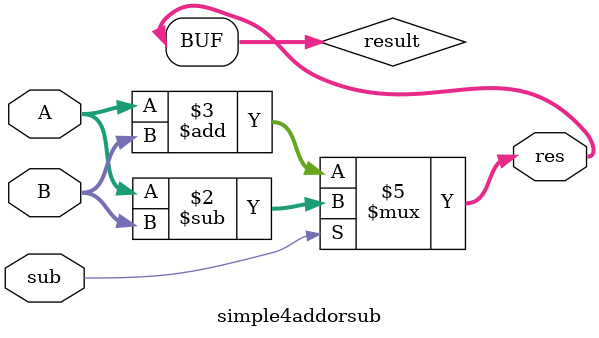
<source format=v>
module simple4addorsub
(
input [3:0] A, B,
output [3:0] res,
input sub
);

reg [3:0] result;
assign res = result;
always @(*) begin

	if (sub)
		result = A - B;
	else
		result = A + B;

end

endmodule
</source>
